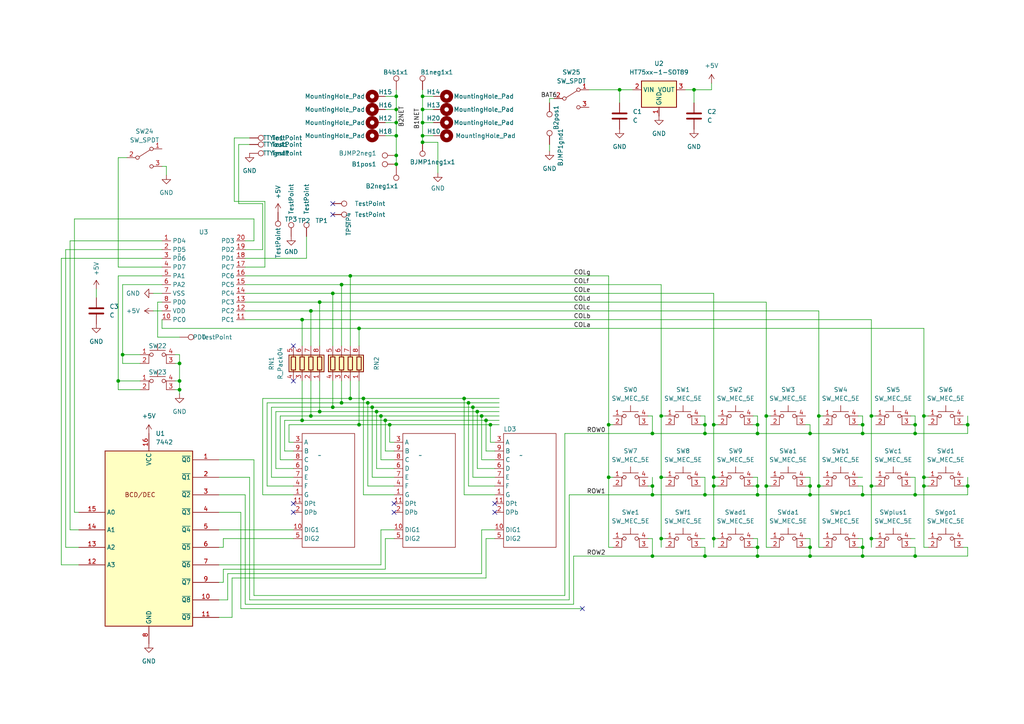
<source format=kicad_sch>
(kicad_sch (version 20230121) (generator eeschema)
  (paper "A4")
  (title_block (title "KIMICHI - KIM-1 Emulator based on CH32V003") (comment 3 "github.com/mengstr/kimchi"))
  (lib_symbols
    (symbol "74xx_IEEE:7442"
      (property "Reference" "U" (at 12.7 27.94 0))
      (property "Value" "7442" (at 17.78 -30.48 0))
      (symbol "7442_0_0"
        (rectangle (start -12.7 25.4) (end 12.7 -25.4) (stroke (width 0.254)) (fill (type background)))
        (text "BCD/DEC" (at -2.54 12.7 0) (effects (font (size 1.27 1.27))))
        (pin power_in line (at 0 30.48 270) (length 5.08) (name "VCC") (number "16"))
        (pin power_in line (at 0 -30.48 90) (length 5.08) (name "GND") (number "8"))
      )
      (symbol "7442_1_1"
        (pin output line (at 20.32 22.86 180) (length 7.62) (name "~{Q0}") (number "1"))
        (pin output line (at 20.32 -17.78 180) (length 7.62) (name "~{Q8}") (number "10"))
        (pin output line (at 20.32 -22.86 180) (length 7.62) (name "~{Q9}") (number "11"))
        (pin input line (at -20.32 -7.62 0) (length 7.62) (name "A3") (number "12"))
        (pin input line (at -20.32 -2.54 0) (length 7.62) (name "A2") (number "13"))
        (pin input line (at -20.32 2.54 0) (length 7.62) (name "A1") (number "14"))
        (pin input line (at -20.32 7.62 0) (length 7.62) (name "A0") (number "15"))
        (pin output line (at 20.32 17.78 180) (length 7.62) (name "~{Q1}") (number "2"))
        (pin output line (at 20.32 12.7 180) (length 7.62) (name "~{Q2}") (number "3"))
        (pin output line (at 20.32 7.62 180) (length 7.62) (name "~{Q3}") (number "4"))
        (pin output line (at 20.32 2.54 180) (length 7.62) (name "~{Q4}") (number "5"))
        (pin output line (at 20.32 -2.54 180) (length 7.62) (name "~{Q5}") (number "6"))
        (pin output line (at 20.32 -7.62 180) (length 7.62) (name "~{Q6}") (number "7"))
        (pin output line (at 20.32 -12.7 180) (length 7.62) (name "~{Q7}") (number "9"))
      )
    )
    (symbol "Connector:TestPoint" (pin_numbers hide) (pin_names (offset 0.762) hide)
      (property "Reference" "TP" (at 0 6.858 0))
      (property "Value" "TestPoint" (at 0 5.08 0))
      (symbol "TestPoint_0_1"
        (circle (center 0 3.302) (radius 0.762))
      )
      (symbol "TestPoint_1_1"
        (pin passive line (at 0 0 90) (length 2.54) (name "1") (number "1"))
      )
    )
    (symbol "Device:C" (pin_numbers hide) (pin_names (offset 0.254))
      (property "Reference" "C" (at 0.635 2.54 0))
      (property "Value" "C" (at 0.635 -2.54 0))
      (symbol "C_0_1"
        (polyline (pts (xy -2.032 -0.762) (xy 2.032 -0.762)) (stroke (width 0.508)))
        (polyline (pts (xy -2.032 0.762) (xy 2.032 0.762)) (stroke (width 0.508)))
      )
      (symbol "C_1_1"
        (pin passive line (at 0 3.81 270) (length 2.794) (name "~") (number "1"))
        (pin passive line (at 0 -3.81 90) (length 2.794) (name "~") (number "2"))
      )
    )
    (symbol "Device:R_Pack04" (pin_names (offset 0) hide)
      (property "Reference" "RN" (at -7.62 0 90))
      (property "Value" "R_Pack04" (at 5.08 0 90))
      (symbol "R_Pack04_0_1"
        (rectangle (start -6.35 -2.413) (end 3.81 2.413) (stroke (width 0.254)) (fill (type background)))
        (rectangle (start -5.715 1.905) (end -4.445 -1.905) (stroke (width 0.254)))
        (rectangle (start -3.175 1.905) (end -1.905 -1.905) (stroke (width 0.254)))
        (rectangle (start -0.635 1.905) (end 0.635 -1.905) (stroke (width 0.254)))
        (polyline (pts (xy -5.08 -2.54) (xy -5.08 -1.905)))
        (polyline (pts (xy -5.08 1.905) (xy -5.08 2.54)))
        (polyline (pts (xy -2.54 -2.54) (xy -2.54 -1.905)))
        (polyline (pts (xy -2.54 1.905) (xy -2.54 2.54)))
        (polyline (pts (xy 0 -2.54) (xy 0 -1.905)))
        (polyline (pts (xy 0 1.905) (xy 0 2.54)))
        (polyline (pts (xy 2.54 -2.54) (xy 2.54 -1.905)))
        (polyline (pts (xy 2.54 1.905) (xy 2.54 2.54)))
        (rectangle (start 1.905 1.905) (end 3.175 -1.905) (stroke (width 0.254)))
      )
      (symbol "R_Pack04_1_1"
        (pin passive line (at -5.08 -5.08 90) (length 2.54) (name "R1.1") (number "1"))
        (pin passive line (at -2.54 -5.08 90) (length 2.54) (name "R2.1") (number "2"))
        (pin passive line (at 0 -5.08 90) (length 2.54) (name "R3.1") (number "3"))
        (pin passive line (at 2.54 -5.08 90) (length 2.54) (name "R4.1") (number "4"))
        (pin passive line (at 2.54 5.08 270) (length 2.54) (name "R4.2") (number "5"))
        (pin passive line (at 0 5.08 270) (length 2.54) (name "R3.2") (number "6"))
        (pin passive line (at -2.54 5.08 270) (length 2.54) (name "R2.2") (number "7"))
        (pin passive line (at -5.08 5.08 270) (length 2.54) (name "R1.2") (number "8"))
      )
    )
    (symbol "Mechanical:MountingHole_Pad" (pin_numbers hide) (pin_names (offset 1.016) hide)
      (property "Reference" "H" (at 0 6.35 0))
      (property "Value" "MountingHole_Pad" (at 0 4.445 0))
      (symbol "MountingHole_Pad_0_1"
        (circle (center 0 1.27) (radius 1.27) (stroke (width 1.27)))
      )
      (symbol "MountingHole_Pad_1_1"
        (pin input line (at 0 -2.54 90) (length 2.54) (name "1") (number "1"))
      )
    )
    (symbol "Regulator_Linear:HT75xx-1-SOT89"
      (property "Reference" "U" (at -5.08 -3.81 0))
      (property "Value" "HT75xx-1-SOT89" (at 0 6.35 0))
      (symbol "HT75xx-1-SOT89_0_1"
        (rectangle (start -5.08 5.08) (end 5.08 -2.54) (stroke (width 0.254)) (fill (type background)))
      )
      (symbol "HT75xx-1-SOT89_1_1"
        (pin power_in line (at 0 -5.08 90) (length 2.54) (name "GND") (number "1"))
        (pin power_in line (at -7.62 2.54 0) (length 2.54) (name "VIN") (number "2"))
        (pin power_out line (at 7.62 2.54 180) (length 2.54) (name "VOUT") (number "3"))
      )
    )
    (symbol "Switch:SW_MEC_5E" (pin_names (offset 1.016) hide)
      (property "Reference" "SW" (at 0.635 5.715 0))
      (property "Value" "SW_MEC_5E" (at 0 -3.175 0))
      (symbol "SW_MEC_5E_0_1"
        (circle (center -1.778 2.54) (radius 0.508))
        (polyline (pts (xy -2.286 3.81) (xy 2.286 3.81)))
        (polyline (pts (xy 0 3.81) (xy 0 5.588)))
        (polyline (pts (xy -2.54 0) (xy -2.54 2.54) (xy -2.286 2.54)))
        (polyline (pts (xy 2.54 0) (xy 2.54 2.54) (xy 2.286 2.54)))
        (circle (center 1.778 2.54) (radius 0.508))
        (pin passive line (at -5.08 2.54 0) (length 2.54) (name "1") (number "1"))
        (pin passive line (at -5.08 0 0) (length 2.54) (name "2") (number "2"))
        (pin passive line (at 5.08 0 180) (length 2.54) (name "K") (number "3"))
        (pin passive line (at 5.08 2.54 180) (length 2.54) (name "A") (number "4"))
      )
    )
    (symbol "Switch:SW_SPDT" (pin_names (offset 0) hide)
      (property "Reference" "SW" (at 0 4.318 0))
      (property "Value" "SW_SPDT" (at 0 -5.08 0))
      (symbol "SW_SPDT_0_0"
        (circle (center -2.032 0) (radius 0.508))
        (circle (center 2.032 -2.54) (radius 0.508))
      )
      (symbol "SW_SPDT_0_1"
        (polyline (pts (xy -1.524 0.254) (xy 1.651 2.286)))
        (circle (center 2.032 2.54) (radius 0.508))
      )
      (symbol "SW_SPDT_1_1"
        (pin passive line (at 5.08 2.54 180) (length 2.54) (name "A") (number "1"))
        (pin passive line (at -5.08 0 0) (length 2.54) (name "B") (number "2"))
        (pin passive line (at 5.08 -2.54 180) (length 2.54) (name "C") (number "3"))
      )
    )
    (symbol "matseng:7SEG-2-CC"
      (property "Reference" "LD" (at -1.27 0 0))
      (symbol "7SEG-2-CC_0_1"
        (rectangle (start -7.62 15.24) (end 7.62 -17.78))
      )
      (symbol "7SEG-2-CC_1_1"
        (pin input line (at -10.16 -2.54 0) (length 2.54) (name "G") (number "1"))
        (pin input line (at -10.16 -12.7 0) (length 2.54) (name "DIG1") (number "10"))
        (pin input line (at -10.16 -5.08 0) (length 2.54) (name "DPt") (number "11"))
        (pin input line (at -10.16 -7.62 0) (length 2.54) (name "DPb") (number "2"))
        (pin input line (at -10.16 12.7 0) (length 2.54) (name "A") (number "3"))
        (pin input line (at -10.16 0 0) (length 2.54) (name "F") (number "4"))
        (pin input line (at -10.16 -15.24 0) (length 2.54) (name "DIG2") (number "5"))
        (pin input line (at -10.16 5.08 0) (length 2.54) (name "D") (number "6"))
        (pin input line (at -10.16 2.54 0) (length 2.54) (name "E") (number "7"))
        (pin input line (at -10.16 7.62 0) (length 2.54) (name "C") (number "8"))
        (pin input line (at -10.16 10.16 0) (length 2.54) (name "B") (number "9"))
      )
    )
    (symbol "matseng:CH32V003F4P6"
      (property "Reference" "U" (at 0 0 0))
      (symbol "CH32V003F4P6_1_1"
        (pin bidirectional line (at -5.08 3.81 0) (length 2.54) (name "PD4") (number "1"))
        (pin bidirectional line (at -5.08 -19.05 0) (length 2.54) (name "PC0") (number "10"))
        (pin bidirectional line (at 19.05 -19.05 180) (length 2.54) (name "PC1") (number "11"))
        (pin bidirectional line (at 19.05 -16.51 180) (length 2.54) (name "PC2") (number "12"))
        (pin bidirectional line (at 19.05 -13.97 180) (length 2.54) (name "PC3") (number "13"))
        (pin bidirectional line (at 19.05 -11.43 180) (length 2.54) (name "PC4") (number "14"))
        (pin bidirectional line (at 19.05 -8.89 180) (length 2.54) (name "PC5") (number "15"))
        (pin bidirectional line (at 19.05 -6.35 180) (length 2.54) (name "PC6") (number "16"))
        (pin bidirectional line (at 19.05 -3.81 180) (length 2.54) (name "PC7") (number "17"))
        (pin bidirectional line (at 19.05 -1.27 180) (length 2.54) (name "PD1") (number "18"))
        (pin bidirectional line (at 19.05 1.27 180) (length 2.54) (name "PD2") (number "19"))
        (pin bidirectional line (at -5.08 1.27 0) (length 2.54) (name "PD5") (number "2"))
        (pin bidirectional line (at 19.05 3.81 180) (length 2.54) (name "PD3") (number "20"))
        (pin bidirectional line (at -5.08 -1.27 0) (length 2.54) (name "PD6") (number "3"))
        (pin bidirectional line (at -5.08 -3.81 0) (length 2.54) (name "PD7") (number "4"))
        (pin bidirectional line (at -5.08 -6.35 0) (length 2.54) (name "PA1") (number "5"))
        (pin bidirectional line (at -5.08 -8.89 0) (length 2.54) (name "PA2") (number "6"))
        (pin power_in line (at -5.08 -11.43 0) (length 2.54) (name "VSS") (number "7"))
        (pin bidirectional line (at -5.08 -13.97 0) (length 2.54) (name "PD0") (number "8"))
        (pin power_in line (at -5.08 -16.51 0) (length 2.54) (name "VDD") (number "9"))
      )
    )
    (symbol "power:+5V" (power) (pin_names (offset 0))
      (property "Value" "+5V" (at 0 3.556 0))
      (symbol "+5V_0_1"
        (polyline (pts (xy -0.762 1.27) (xy 0 2.54)))
        (polyline (pts (xy 0 0) (xy 0 2.54)))
        (polyline (pts (xy 0 2.54) (xy 0.762 1.27)))
      )
      (symbol "+5V_1_1"
        (pin power_in line (at 0 0 90) (length 0) hide (name "+5V") (number "1"))
      )
    )
    (symbol "power:GND" (power) (pin_names (offset 0))
      (property "Value" "GND" (at 0 -3.81 0))
      (symbol "GND_0_1"
        (polyline (pts (xy 0 0) (xy 0 -1.27) (xy 1.27 -1.27) (xy 0 -2.54) (xy -1.27 -1.27) (xy 0 -1.27)))
      )
      (symbol "GND_1_1"
        (pin power_in line (at 0 0 270) (length 0) hide (name "GND") (number "1"))
      )
    )
  )
  (junction (at 114.935 27.94))
  (junction (at 280.67 123.19))
  (junction (at 140.97 121.92))
  (junction (at 176.53 123.19))
  (junction (at 252.73 120.65))
  (junction (at 252.73 140.97))
  (junction (at 207.01 156.21))
  (junction (at 87.63 92.71))
  (junction (at 52.07 105.41))
  (junction (at 207.01 140.97))
  (junction (at 267.97 120.65))
  (junction (at 204.47 161.29))
  (junction (at 137.16 118.11))
  (junction (at 99.06 82.55))
  (junction (at 114.935 47.625))
  (junction (at 207.01 123.19))
  (junction (at 135.89 116.84))
  (junction (at 234.95 158.75))
  (junction (at 189.23 143.51))
  (junction (at 237.49 120.65))
  (junction (at 219.71 143.51))
  (junction (at 122.555 39.37))
  (junction (at 250.19 143.51))
  (junction (at 110.49 120.65))
  (junction (at 265.43 125.73))
  (junction (at 250.19 161.29))
  (junction (at 139.7 120.65))
  (junction (at 252.73 156.21))
  (junction (at 191.77 156.21))
  (junction (at 114.935 45.085))
  (junction (at 134.62 115.57))
  (junction (at 96.52 85.09))
  (junction (at 87.63 121.92))
  (junction (at 222.25 120.65))
  (junction (at 234.95 140.97))
  (junction (at 219.71 161.29))
  (junction (at 142.24 123.19))
  (junction (at 234.95 125.73))
  (junction (at 219.71 140.97))
  (junction (at 189.23 125.73))
  (junction (at 265.43 161.29))
  (junction (at 114.935 35.56))
  (junction (at 207.01 138.43))
  (junction (at 250.19 158.75))
  (junction (at 237.49 140.97))
  (junction (at 113.03 123.19))
  (junction (at 250.19 125.73))
  (junction (at 265.43 123.19))
  (junction (at 122.555 41.275))
  (junction (at 90.17 120.65))
  (junction (at 101.6 80.01))
  (junction (at 114.935 39.37))
  (junction (at 204.47 143.51))
  (junction (at 219.71 123.19))
  (junction (at 138.43 119.38))
  (junction (at 189.23 140.97))
  (junction (at 107.95 118.11))
  (junction (at 35.56 102.87))
  (junction (at 122.555 35.56))
  (junction (at 179.705 26.035))
  (junction (at 122.555 27.94))
  (junction (at 234.95 143.51))
  (junction (at 250.19 123.19))
  (junction (at 105.41 115.57))
  (junction (at 219.71 125.73))
  (junction (at 99.06 116.84))
  (junction (at 92.71 119.38))
  (junction (at 189.23 161.29))
  (junction (at 52.07 113.03))
  (junction (at 204.47 125.73))
  (junction (at 280.67 140.97))
  (junction (at 101.6 115.57))
  (junction (at 267.97 140.97))
  (junction (at 222.25 140.97))
  (junction (at 219.71 158.75))
  (junction (at 267.97 138.43))
  (junction (at 52.07 110.49))
  (junction (at 104.14 123.19))
  (junction (at 106.68 116.84))
  (junction (at 104.14 95.25))
  (junction (at 191.77 138.43))
  (junction (at 234.95 161.29))
  (junction (at 34.29 110.49))
  (junction (at 176.53 138.43))
  (junction (at 90.17 90.17))
  (junction (at 204.47 123.19))
  (junction (at 122.555 31.75))
  (junction (at 191.77 120.65))
  (junction (at 109.22 119.38))
  (junction (at 114.935 31.75))
  (junction (at 96.52 118.11))
  (junction (at 201.295 26.035))
  (junction (at 111.76 121.92))
  (junction (at 92.71 87.63))
  (junction (at 265.43 143.51))
  (no_connect (at 85.09 100.33))
  (no_connect (at 85.09 146.05))
  (no_connect (at 85.09 148.59))
  (no_connect (at 143.51 148.59))
  (no_connect (at 96.52 59.055))
  (no_connect (at 85.09 110.49))
  (no_connect (at 96.52 62.23))
  (no_connect (at 143.51 146.05))
  (no_connect (at 114.3 146.05))
  (no_connect (at 168.91 176.53))
  (no_connect (at 114.3 148.59))
  (wire (pts (xy 189.23 120.65) (xy 189.23 125.73)))
  (wire (pts (xy 92.71 87.63) (xy 222.25 87.63)))
  (wire (pts (xy 191.77 158.75) (xy 191.77 156.21)))
  (wire (pts (xy 166.37 161.29) (xy 166.37 175.26)))
  (wire (pts (xy 176.53 123.19) (xy 177.8 123.19)))
  (wire (pts (xy 233.68 123.19) (xy 234.95 123.19)))
  (wire (pts (xy 237.49 140.97) (xy 237.49 158.75)))
  (wire (pts (xy 21.59 63.5) (xy 73.66 63.5)))
  (wire (pts (xy 139.7 120.65) (xy 144.78 120.65)))
  (wire (pts (xy 105.41 143.51) (xy 114.3 143.51)))
  (wire (pts (xy 69.215 41.91) (xy 72.39 41.91)))
  (wire (pts (xy 52.07 113.03) (xy 52.07 114.3)))
  (wire (pts (xy 111.76 156.21) (xy 114.3 156.21)))
  (wire (pts (xy 280.67 138.43) (xy 280.67 140.97)))
  (wire (pts (xy 92.71 110.49) (xy 92.71 119.38)))
  (wire (pts (xy 63.5 158.75) (xy 64.77 158.75)))
  (wire (pts (xy 165.1 143.51) (xy 189.23 143.51)))
  (wire (pts (xy 207.01 123.19) (xy 207.01 138.43)))
  (wire (pts (xy 252.73 140.97) (xy 254 140.97)))
  (wire (pts (xy 111.76 27.94) (xy 114.935 27.94)))
  (wire (pts (xy 267.97 140.97) (xy 267.97 158.75)))
  (wire (pts (xy 63.5 143.51) (xy 71.12 143.51)))
  (wire (pts (xy 111.76 156.21) (xy 111.76 165.1)))
  (wire (pts (xy 122.555 35.56) (xy 125.73 35.56)))
  (wire (pts (xy 81.28 133.35) (xy 85.09 133.35)))
  (wire (pts (xy 17.78 74.93) (xy 46.99 74.93)))
  (wire (pts (xy 265.43 123.19) (xy 265.43 125.73)))
  (wire (pts (xy 34.29 45.72) (xy 36.83 45.72)))
  (wire (pts (xy 64.77 156.21) (xy 64.77 158.75)))
  (wire (pts (xy 140.97 156.21) (xy 140.97 167.64)))
  (wire (pts (xy 191.77 120.65) (xy 191.77 138.43)))
  (wire (pts (xy 267.97 158.75) (xy 269.24 158.75)))
  (wire (pts (xy 50.8 105.41) (xy 52.07 105.41)))
  (wire (pts (xy 234.95 156.21) (xy 234.95 158.75)))
  (wire (pts (xy 189.23 140.97) (xy 189.23 143.51)))
  (wire (pts (xy 170.815 26.035) (xy 179.705 26.035)))
  (wire (pts (xy 237.49 120.65) (xy 237.49 90.17)))
  (wire (pts (xy 34.29 113.03) (xy 40.64 113.03)))
  (wire (pts (xy 219.71 138.43) (xy 219.71 140.97)))
  (wire (pts (xy 142.24 123.19) (xy 144.78 123.19)))
  (wire (pts (xy 67.945 40.005) (xy 72.39 40.005)))
  (wire (pts (xy 234.95 158.75) (xy 234.95 161.29)))
  (wire (pts (xy 159.385 41.91) (xy 159.385 43.815)))
  (wire (pts (xy 267.97 120.65) (xy 267.97 138.43)))
  (wire (pts (xy 233.68 156.21) (xy 234.95 156.21)))
  (wire (pts (xy 280.67 123.19) (xy 280.67 125.73)))
  (wire (pts (xy 71.12 87.63) (xy 92.71 87.63)))
  (wire (pts (xy 252.73 120.65) (xy 254 120.65)))
  (wire (pts (xy 27.94 83.82) (xy 27.94 86.36)))
  (wire (pts (xy 71.12 77.47) (xy 76.835 77.47)))
  (wire (pts (xy 122.555 31.75) (xy 122.555 35.56)))
  (wire (pts (xy 206.375 24.13) (xy 206.375 26.035)))
  (wire (pts (xy 114.935 47.625) (xy 114.935 48.26)))
  (wire (pts (xy 139.7 120.65) (xy 139.7 133.35)))
  (wire (pts (xy 64.77 165.1) (xy 111.76 165.1)))
  (wire (pts (xy 250.19 143.51) (xy 265.43 143.51)))
  (wire (pts (xy 111.76 35.56) (xy 114.935 35.56)))
  (wire (pts (xy 222.25 140.97) (xy 223.52 140.97)))
  (wire (pts (xy 44.45 90.17) (xy 46.99 90.17)))
  (wire (pts (xy 134.62 143.51) (xy 143.51 143.51)))
  (wire (pts (xy 279.4 123.19) (xy 280.67 123.19)))
  (wire (pts (xy 35.56 105.41) (xy 40.64 105.41)))
  (wire (pts (xy 191.77 156.21) (xy 193.04 156.21)))
  (wire (pts (xy 204.47 161.29) (xy 219.71 161.29)))
  (wire (pts (xy 63.5 133.35) (xy 73.66 133.35)))
  (wire (pts (xy 176.53 123.19) (xy 176.53 138.43)))
  (wire (pts (xy 191.77 120.65) (xy 193.04 120.65)))
  (wire (pts (xy 78.74 118.11) (xy 78.74 138.43)))
  (wire (pts (xy 179.705 26.035) (xy 183.515 26.035)))
  (wire (pts (xy 222.25 120.65) (xy 222.25 87.63)))
  (wire (pts (xy 140.97 121.92) (xy 140.97 130.81)))
  (wire (pts (xy 64.77 165.1) (xy 64.77 168.91)))
  (wire (pts (xy 20.32 69.85) (xy 20.32 153.67)))
  (wire (pts (xy 237.49 140.97) (xy 238.76 140.97)))
  (wire (pts (xy 83.82 123.19) (xy 83.82 128.27)))
  (wire (pts (xy 77.47 116.84) (xy 77.47 140.97)))
  (wire (pts (xy 105.41 115.57) (xy 134.62 115.57)))
  (wire (pts (xy 135.89 116.84) (xy 144.78 116.84)))
  (wire (pts (xy 218.44 138.43) (xy 219.71 138.43)))
  (wire (pts (xy 90.17 90.17) (xy 90.17 100.33)))
  (wire (pts (xy 280.67 158.75) (xy 280.67 161.29)))
  (wire (pts (xy 76.2 115.57) (xy 101.6 115.57)))
  (wire (pts (xy 219.71 143.51) (xy 234.95 143.51)))
  (wire (pts (xy 71.12 69.85) (xy 73.66 69.85)))
  (wire (pts (xy 63.5 168.91) (xy 64.77 168.91)))
  (wire (pts (xy 139.7 153.67) (xy 143.51 153.67)))
  (wire (pts (xy 252.73 158.75) (xy 252.73 156.21)))
  (wire (pts (xy 219.71 125.73) (xy 234.95 125.73)))
  (wire (pts (xy 122.555 39.37) (xy 125.73 39.37)))
  (wire (pts (xy 63.5 148.59) (xy 69.85 148.59)))
  (wire (pts (xy 46.99 95.25) (xy 104.14 95.25)))
  (wire (pts (xy 264.16 123.19) (xy 265.43 123.19)))
  (wire (pts (xy 114.935 35.56) (xy 114.935 39.37)))
  (wire (pts (xy 233.68 138.43) (xy 234.95 138.43)))
  (wire (pts (xy 122.555 26.035) (xy 122.555 27.94)))
  (wire (pts (xy 107.95 118.11) (xy 107.95 138.43)))
  (wire (pts (xy 267.97 120.65) (xy 267.97 95.25)))
  (wire (pts (xy 34.29 110.49) (xy 40.64 110.49)))
  (wire (pts (xy 101.6 110.49) (xy 101.6 115.57)))
  (wire (pts (xy 82.55 121.92) (xy 82.55 130.81)))
  (wire (pts (xy 207.01 156.21) (xy 208.28 156.21)))
  (wire (pts (xy 82.55 121.92) (xy 87.63 121.92)))
  (wire (pts (xy 109.22 119.38) (xy 109.22 135.89)))
  (wire (pts (xy 252.73 156.21) (xy 254 156.21)))
  (wire (pts (xy 267.97 140.97) (xy 267.97 138.43)))
  (wire (pts (xy 250.19 120.65) (xy 250.19 123.19)))
  (wire (pts (xy 189.23 143.51) (xy 204.47 143.51)))
  (wire (pts (xy 101.6 80.01) (xy 101.6 100.33)))
  (wire (pts (xy 218.44 140.97) (xy 219.71 140.97)))
  (wire (pts (xy 201.295 26.035) (xy 201.295 29.845)))
  (wire (pts (xy 218.44 120.65) (xy 219.71 120.65)))
  (wire (pts (xy 90.17 110.49) (xy 90.17 120.65)))
  (wire (pts (xy 107.95 138.43) (xy 114.3 138.43)))
  (wire (pts (xy 204.47 125.73) (xy 219.71 125.73)))
  (wire (pts (xy 113.03 123.19) (xy 142.24 123.19)))
  (wire (pts (xy 67.945 58.42) (xy 76.835 58.42)))
  (wire (pts (xy 19.05 72.39) (xy 19.05 158.75)))
  (wire (pts (xy 279.4 158.75) (xy 280.67 158.75)))
  (wire (pts (xy 63.5 138.43) (xy 72.39 138.43)))
  (wire (pts (xy 110.49 120.65) (xy 139.7 120.65)))
  (wire (pts (xy 21.59 148.59) (xy 22.86 148.59)))
  (wire (pts (xy 34.29 80.01) (xy 46.99 80.01)))
  (wire (pts (xy 80.01 119.38) (xy 80.01 135.89)))
  (wire (pts (xy 71.12 175.26) (xy 166.37 175.26)))
  (wire (pts (xy 237.49 120.65) (xy 238.76 120.65)))
  (wire (pts (xy 137.16 138.43) (xy 143.51 138.43)))
  (wire (pts (xy 176.53 158.75) (xy 177.8 158.75)))
  (wire (pts (xy 90.17 120.65) (xy 110.49 120.65)))
  (wire (pts (xy 92.71 119.38) (xy 109.22 119.38)))
  (wire (pts (xy 99.06 110.49) (xy 99.06 116.84)))
  (wire (pts (xy 191.77 138.43) (xy 191.77 156.21)))
  (wire (pts (xy 191.77 138.43) (xy 193.04 138.43)))
  (wire (pts (xy 87.63 92.71) (xy 87.63 100.33)))
  (wire (pts (xy 250.19 161.29) (xy 265.43 161.29)))
  (wire (pts (xy 71.12 90.17) (xy 90.17 90.17)))
  (wire (pts (xy 138.43 119.38) (xy 138.43 135.89)))
  (wire (pts (xy 114.935 39.37) (xy 114.935 45.085)))
  (wire (pts (xy 67.945 40.005) (xy 67.945 58.42)))
  (wire (pts (xy 222.25 120.65) (xy 222.25 140.97)))
  (wire (pts (xy 219.71 120.65) (xy 219.71 123.19)))
  (wire (pts (xy 99.06 116.84) (xy 106.68 116.84)))
  (wire (pts (xy 267.97 120.65) (xy 269.24 120.65)))
  (wire (pts (xy 44.45 85.09) (xy 46.99 85.09)))
  (wire (pts (xy 66.04 166.37) (xy 139.7 166.37)))
  (wire (pts (xy 203.2 158.75) (xy 204.47 158.75)))
  (wire (pts (xy 76.2 143.51) (xy 85.09 143.51)))
  (wire (pts (xy 69.85 176.53) (xy 168.91 176.53)))
  (wire (pts (xy 52.07 105.41) (xy 52.07 110.49)))
  (wire (pts (xy 264.16 120.65) (xy 265.43 120.65)))
  (wire (pts (xy 71.12 80.01) (xy 101.6 80.01)))
  (wire (pts (xy 219.71 158.75) (xy 219.71 161.29)))
  (wire (pts (xy 113.03 128.27) (xy 114.3 128.27)))
  (wire (pts (xy 69.215 59.055) (xy 76.2 59.055)))
  (wire (pts (xy 71.12 85.09) (xy 96.52 85.09)))
  (wire (pts (xy 265.43 143.51) (xy 280.67 143.51)))
  (wire (pts (xy 207.01 140.97) (xy 207.01 138.43)))
  (wire (pts (xy 122.555 41.275) (xy 127 41.275)))
  (wire (pts (xy 142.24 128.27) (xy 143.51 128.27)))
  (wire (pts (xy 203.2 123.19) (xy 204.47 123.19)))
  (wire (pts (xy 73.66 63.5) (xy 73.66 69.85)))
  (wire (pts (xy 198.755 26.035) (xy 201.295 26.035)))
  (wire (pts (xy 222.25 140.97) (xy 222.25 158.75)))
  (wire (pts (xy 138.43 119.38) (xy 144.78 119.38)))
  (wire (pts (xy 237.49 120.65) (xy 237.49 140.97)))
  (wire (pts (xy 248.92 120.65) (xy 250.19 120.65)))
  (wire (pts (xy 234.95 123.19) (xy 234.95 125.73)))
  (wire (pts (xy 105.41 115.57) (xy 105.41 143.51)))
  (wire (pts (xy 166.37 161.29) (xy 189.23 161.29)))
  (wire (pts (xy 63.5 173.99) (xy 66.04 173.99)))
  (wire (pts (xy 63.5 153.67) (xy 85.09 153.67)))
  (wire (pts (xy 191.77 120.65) (xy 191.77 82.55)))
  (wire (pts (xy 104.14 95.25) (xy 267.97 95.25)))
  (wire (pts (xy 67.31 167.64) (xy 67.31 179.07)))
  (wire (pts (xy 204.47 123.19) (xy 204.47 125.73)))
  (wire (pts (xy 50.8 113.03) (xy 52.07 113.03)))
  (wire (pts (xy 267.97 140.97) (xy 269.24 140.97)))
  (wire (pts (xy 189.23 156.21) (xy 189.23 161.29)))
  (wire (pts (xy 45.72 87.63) (xy 46.99 87.63)))
  (wire (pts (xy 90.17 90.17) (xy 237.49 90.17)))
  (wire (pts (xy 73.66 133.35) (xy 73.66 172.72)))
  (wire (pts (xy 99.06 82.55) (xy 99.06 100.33)))
  (wire (pts (xy 106.68 116.84) (xy 106.68 140.97)))
  (wire (pts (xy 248.92 138.43) (xy 250.19 138.43)))
  (wire (pts (xy 71.12 143.51) (xy 71.12 175.26)))
  (wire (pts (xy 87.63 121.92) (xy 111.76 121.92)))
  (wire (pts (xy 110.49 153.67) (xy 114.3 153.67)))
  (wire (pts (xy 77.47 116.84) (xy 99.06 116.84)))
  (wire (pts (xy 250.19 123.19) (xy 250.19 125.73)))
  (wire (pts (xy 88.9 68.58) (xy 88.9 74.93)))
  (wire (pts (xy 87.63 92.71) (xy 252.73 92.71)))
  (wire (pts (xy 234.95 143.51) (xy 250.19 143.51)))
  (wire (pts (xy 165.1 143.51) (xy 165.1 173.99)))
  (wire (pts (xy 101.6 80.01) (xy 176.53 80.01)))
  (wire (pts (xy 114.935 45.085) (xy 114.935 47.625)))
  (wire (pts (xy 114.935 27.94) (xy 114.935 31.75)))
  (wire (pts (xy 137.16 118.11) (xy 144.78 118.11)))
  (wire (pts (xy 201.295 26.035) (xy 206.375 26.035)))
  (wire (pts (xy 252.73 120.65) (xy 252.73 140.97)))
  (wire (pts (xy 34.29 110.49) (xy 34.29 113.03)))
  (wire (pts (xy 109.22 135.89) (xy 114.3 135.89)))
  (wire (pts (xy 46.99 48.26) (xy 48.26 48.26)))
  (wire (pts (xy 110.49 120.65) (xy 110.49 133.35)))
  (wire (pts (xy 250.19 156.21) (xy 250.19 158.75)))
  (wire (pts (xy 80.01 135.89) (xy 85.09 135.89)))
  (wire (pts (xy 76.2 59.055) (xy 76.2 72.39)))
  (wire (pts (xy 63.5 179.07) (xy 67.31 179.07)))
  (wire (pts (xy 218.44 158.75) (xy 219.71 158.75)))
  (wire (pts (xy 250.19 125.73) (xy 265.43 125.73)))
  (wire (pts (xy 76.835 58.42) (xy 76.835 77.47)))
  (wire (pts (xy 267.97 138.43) (xy 269.24 138.43)))
  (wire (pts (xy 96.52 85.09) (xy 207.01 85.09)))
  (wire (pts (xy 234.95 138.43) (xy 234.95 140.97)))
  (wire (pts (xy 204.47 120.65) (xy 204.47 123.19)))
  (wire (pts (xy 111.76 31.75) (xy 114.935 31.75)))
  (wire (pts (xy 52.07 102.87) (xy 52.07 105.41)))
  (wire (pts (xy 204.47 138.43) (xy 204.47 143.51)))
  (wire (pts (xy 17.78 163.83) (xy 22.86 163.83)))
  (wire (pts (xy 189.23 125.73) (xy 204.47 125.73)))
  (wire (pts (xy 140.97 156.21) (xy 143.51 156.21)))
  (wire (pts (xy 122.555 27.94) (xy 122.555 31.75)))
  (wire (pts (xy 187.96 120.65) (xy 189.23 120.65)))
  (wire (pts (xy 19.05 158.75) (xy 22.86 158.75)))
  (wire (pts (xy 71.12 74.93) (xy 88.9 74.93)))
  (wire (pts (xy 233.68 158.75) (xy 234.95 158.75)))
  (wire (pts (xy 64.77 156.21) (xy 85.09 156.21)))
  (wire (pts (xy 159.385 28.575) (xy 160.655 28.575)))
  (wire (pts (xy 207.01 140.97) (xy 208.28 140.97)))
  (wire (pts (xy 134.62 115.57) (xy 144.78 115.57)))
  (wire (pts (xy 80.01 119.38) (xy 92.71 119.38)))
  (wire (pts (xy 104.14 110.49) (xy 104.14 123.19)))
  (wire (pts (xy 264.16 138.43) (xy 265.43 138.43)))
  (wire (pts (xy 114.935 31.75) (xy 114.935 35.56)))
  (wire (pts (xy 135.89 116.84) (xy 135.89 140.97)))
  (wire (pts (xy 279.4 140.97) (xy 280.67 140.97)))
  (wire (pts (xy 207.01 85.09) (xy 207.01 123.19)))
  (wire (pts (xy 111.76 121.92) (xy 140.97 121.92)))
  (wire (pts (xy 69.215 41.91) (xy 69.215 59.055)))
  (wire (pts (xy 76.2 115.57) (xy 76.2 143.51)))
  (wire (pts (xy 20.32 153.67) (xy 22.86 153.67)))
  (wire (pts (xy 72.39 173.99) (xy 165.1 173.99)))
  (wire (pts (xy 106.68 116.84) (xy 135.89 116.84)))
  (wire (pts (xy 50.8 110.49) (xy 52.07 110.49)))
  (wire (pts (xy 35.56 82.55) (xy 46.99 82.55)))
  (wire (pts (xy 264.16 156.21) (xy 265.43 156.21)))
  (wire (pts (xy 110.49 133.35) (xy 114.3 133.35)))
  (wire (pts (xy 63.5 163.83) (xy 110.49 163.83)))
  (wire (pts (xy 69.85 148.59) (xy 69.85 176.53)))
  (wire (pts (xy 237.49 158.75) (xy 238.76 158.75)))
  (wire (pts (xy 81.28 120.65) (xy 81.28 133.35)))
  (wire (pts (xy 203.2 138.43) (xy 204.47 138.43)))
  (wire (pts (xy 104.14 95.25) (xy 104.14 100.33)))
  (wire (pts (xy 73.66 172.72) (xy 163.83 172.72)))
  (wire (pts (xy 163.83 125.73) (xy 189.23 125.73)))
  (wire (pts (xy 252.73 140.97) (xy 252.73 156.21)))
  (wire (pts (xy 104.14 123.19) (xy 113.03 123.19)))
  (wire (pts (xy 82.55 130.81) (xy 85.09 130.81)))
  (wire (pts (xy 52.07 110.49) (xy 52.07 113.03)))
  (wire (pts (xy 111.76 121.92) (xy 111.76 130.81)))
  (wire (pts (xy 72.39 138.43) (xy 72.39 173.99)))
  (wire (pts (xy 207.01 123.19) (xy 208.28 123.19)))
  (wire (pts (xy 71.12 72.39) (xy 76.2 72.39)))
  (wire (pts (xy 46.99 92.71) (xy 46.99 95.25)))
  (wire (pts (xy 265.43 125.73) (xy 280.67 125.73)))
  (wire (pts (xy 264.16 158.75) (xy 265.43 158.75)))
  (wire (pts (xy 113.03 123.19) (xy 113.03 128.27)))
  (wire (pts (xy 107.95 118.11) (xy 137.16 118.11)))
  (wire (pts (xy 179.705 26.035) (xy 179.705 29.845)))
  (wire (pts (xy 252.73 120.65) (xy 252.73 92.71)))
  (wire (pts (xy 203.2 156.21) (xy 204.47 156.21)))
  (wire (pts (xy 96.52 110.49) (xy 96.52 118.11)))
  (wire (pts (xy 135.89 140.97) (xy 143.51 140.97)))
  (wire (pts (xy 250.19 158.75) (xy 250.19 161.29)))
  (wire (pts (xy 83.82 128.27) (xy 85.09 128.27)))
  (wire (pts (xy 114.935 26.035) (xy 114.935 27.94)))
  (wire (pts (xy 219.71 161.29) (xy 234.95 161.29)))
  (wire (pts (xy 176.53 80.01) (xy 176.53 123.19)))
  (wire (pts (xy 234.95 125.73) (xy 250.19 125.73)))
  (wire (pts (xy 20.32 69.85) (xy 46.99 69.85)))
  (wire (pts (xy 218.44 156.21) (xy 219.71 156.21)))
  (wire (pts (xy 139.7 153.67) (xy 139.7 166.37)))
  (wire (pts (xy 265.43 161.29) (xy 280.67 161.29)))
  (wire (pts (xy 280.67 140.97) (xy 280.67 143.51)))
  (wire (pts (xy 207.01 138.43) (xy 208.28 138.43)))
  (wire (pts (xy 17.78 74.93) (xy 17.78 163.83)))
  (wire (pts (xy 222.25 120.65) (xy 223.52 120.65)))
  (wire (pts (xy 248.92 158.75) (xy 250.19 158.75)))
  (wire (pts (xy 140.97 130.81) (xy 143.51 130.81)))
  (wire (pts (xy 78.74 138.43) (xy 85.09 138.43)))
  (wire (pts (xy 19.05 72.39) (xy 46.99 72.39)))
  (wire (pts (xy 83.82 123.19) (xy 104.14 123.19)))
  (wire (pts (xy 187.96 140.97) (xy 189.23 140.97)))
  (wire (pts (xy 35.56 82.55) (xy 35.56 102.87)))
  (wire (pts (xy 96.52 118.11) (xy 107.95 118.11)))
  (wire (pts (xy 134.62 115.57) (xy 134.62 143.51)))
  (wire (pts (xy 96.52 85.09) (xy 96.52 100.33)))
  (wire (pts (xy 265.43 158.75) (xy 265.43 161.29)))
  (wire (pts (xy 45.72 97.79) (xy 52.07 97.79)))
  (wire (pts (xy 203.2 120.65) (xy 204.47 120.65)))
  (wire (pts (xy 67.31 167.64) (xy 140.97 167.64)))
  (wire (pts (xy 50.8 102.87) (xy 52.07 102.87)))
  (wire (pts (xy 122.555 35.56) (xy 122.555 39.37)))
  (wire (pts (xy 66.04 166.37) (xy 66.04 173.99)))
  (wire (pts (xy 110.49 153.67) (xy 110.49 163.83)))
  (wire (pts (xy 250.19 140.97) (xy 250.19 143.51)))
  (wire (pts (xy 142.24 123.19) (xy 142.24 128.27)))
  (wire (pts (xy 71.12 92.71) (xy 87.63 92.71)))
  (wire (pts (xy 218.44 123.19) (xy 219.71 123.19)))
  (wire (pts (xy 207.01 140.97) (xy 207.01 156.21)))
  (wire (pts (xy 233.68 140.97) (xy 234.95 140.97)))
  (wire (pts (xy 111.76 130.81) (xy 114.3 130.81)))
  (wire (pts (xy 219.71 156.21) (xy 219.71 158.75)))
  (wire (pts (xy 81.28 120.65) (xy 90.17 120.65)))
  (wire (pts (xy 204.47 158.75) (xy 204.47 161.29)))
  (wire (pts (xy 248.92 123.19) (xy 250.19 123.19)))
  (wire (pts (xy 204.47 143.51) (xy 219.71 143.51)))
  (wire (pts (xy 106.68 140.97) (xy 114.3 140.97)))
  (wire (pts (xy 265.43 120.65) (xy 265.43 123.19)))
  (wire (pts (xy 101.6 115.57) (xy 105.41 115.57)))
  (wire (pts (xy 78.74 118.11) (xy 96.52 118.11)))
  (wire (pts (xy 219.71 140.97) (xy 219.71 143.51)))
  (wire (pts (xy 176.53 138.43) (xy 177.8 138.43)))
  (wire (pts (xy 35.56 102.87) (xy 35.56 105.41)))
  (wire (pts (xy 139.7 133.35) (xy 143.51 133.35)))
  (wire (pts (xy 265.43 138.43) (xy 265.43 143.51)))
  (wire (pts (xy 92.71 87.63) (xy 92.71 100.33)))
  (wire (pts (xy 248.92 140.97) (xy 250.19 140.97)))
  (wire (pts (xy 34.29 80.01) (xy 34.29 110.49)))
  (wire (pts (xy 207.01 158.75) (xy 207.01 156.21)))
  (wire (pts (xy 234.95 161.29) (xy 250.19 161.29)))
  (wire (pts (xy 111.76 39.37) (xy 114.935 39.37)))
  (wire (pts (xy 122.555 27.94) (xy 125.73 27.94)))
  (wire (pts (xy 222.25 158.75) (xy 223.52 158.75)))
  (wire (pts (xy 187.96 156.21) (xy 189.23 156.21)))
  (wire (pts (xy 137.16 118.11) (xy 137.16 138.43)))
  (wire (pts (xy 71.12 82.55) (xy 99.06 82.55)))
  (wire (pts (xy 45.72 87.63) (xy 45.72 97.79)))
  (wire (pts (xy 122.555 31.75) (xy 125.73 31.75)))
  (wire (pts (xy 34.29 45.72) (xy 34.29 77.47)))
  (wire (pts (xy 159.385 28.575) (xy 159.385 29.845)))
  (wire (pts (xy 248.92 156.21) (xy 250.19 156.21)))
  (wire (pts (xy 280.67 120.65) (xy 280.67 123.19)))
  (wire (pts (xy 189.23 161.29) (xy 204.47 161.29)))
  (wire (pts (xy 163.83 125.73) (xy 163.83 172.72)))
  (wire (pts (xy 48.26 48.26) (xy 48.26 50.8)))
  (wire (pts (xy 122.555 39.37) (xy 122.555 41.275)))
  (wire (pts (xy 189.23 138.43) (xy 189.23 140.97)))
  (wire (pts (xy 140.97 121.92) (xy 144.78 121.92)))
  (wire (pts (xy 35.56 102.87) (xy 40.64 102.87)))
  (wire (pts (xy 219.71 123.19) (xy 219.71 125.73)))
  (wire (pts (xy 21.59 63.5) (xy 21.59 148.59)))
  (wire (pts (xy 234.95 140.97) (xy 234.95 143.51)))
  (wire (pts (xy 77.47 140.97) (xy 85.09 140.97)))
  (wire (pts (xy 99.06 82.55) (xy 191.77 82.55)))
  (wire (pts (xy 176.53 138.43) (xy 176.53 158.75)))
  (wire (pts (xy 127 41.275) (xy 127 50.165)))
  (wire (pts (xy 109.22 119.38) (xy 138.43 119.38)))
  (wire (pts (xy 138.43 135.89) (xy 143.51 135.89)))
  (wire (pts (xy 34.29 77.47) (xy 46.99 77.47)))
  (wire (pts (xy 87.63 110.49) (xy 87.63 121.92)))
  (label "COLc" (at 166.37 90.17 0))
  (label "B1NET" (at 121.92 37.465 90))
  (label "ROW1" (at 170.18 143.51 0))
  (label "COLg" (at 166.37 80.01 0))
  (label "ROW2" (at 170.18 161.29 0))
  (label "COLd" (at 166.37 87.63 0))
  (label "ROW0" (at 170.18 125.73 0))
  (label "COLa" (at 166.37 95.25 0))
  (label "COLb" (at 166.37 92.71 0))
  (label "COLe" (at 166.37 85.09 0))
  (label "COLf" (at 166.37 82.55 0))
  (label "BAT6" (at 156.845 28.575 0))
  (label "B2NET" (at 117.475 36.83 90))
  (symbol (lib_id "Connector:TestPoint") (at 72.39 41.91 270) (unit 1)
    (property "Reference" "TTYout1" (at 76.2 41.91 90) (effects (justify left)))
    (property "Value" "TestPoint" (at 78.74 41.91 90) (effects (justify left)))
    (property "Footprint" "TestPoint:TestPoint_Pad_2.0x2.0mm" (effects hide))
  )
  (symbol (lib_id "Connector:TestPoint") (at 96.52 62.23 270) (unit 1)
    (property "Reference" "TP5" (at 101.092 64.77 0) (effects (justify left)))
    (property "Value" "TestPoint" (at 102.87 62.23 90) (effects (justify left)))
    (property "Footprint" "TestPoint:TestPoint_THTPad_2.0x2.0mm_Drill1.0mm" (effects hide))
  )
  (symbol (lib_id "Connector:TestPoint") (at 114.935 47.625 90) (unit 1)
    (property "Reference" "B1pos1" (at 109.22 47.625 90) (effects (justify left)))
    (property "Value" "TestPoint" (effects hide))
    (property "Footprint" "TestPoint:TestPoint_Pad_D2.0mm" (effects hide))
  )
  (symbol (lib_id "Switch:SW_MEC_5E") (at 228.6 158.75 0) (unit 1)
    (property "Reference" "SWda1" (at 228.6 148.59 0))
    (property "Value" "SW_MEC_5E" (at 228.6 151.13 0))
    (property "Footprint" "matseng:TVCU18" (effects hide))
    (property "Datasheet" "http://www.apem.com/int/index.php?controller=attachment&id_attachment=1371" (effects hide))
  )
  (symbol (lib_id "power:GND") (at 52.07 114.3 0) (unit 1)
    (property "Reference" "#PWR03" (effects hide))
    (property "Value" "GND" (at 52.07 119.38 0))
  )
  (symbol (lib_id "Connector:TestPoint") (at 72.39 40.005 270) (unit 1)
    (property "Reference" "TTYin1" (at 76.2 40.005 90) (effects (justify left)))
    (property "Value" "TestPoint" (at 78.74 40.005 90) (effects (justify left)))
    (property "Footprint" "TestPoint:TestPoint_Pad_2.0x2.0mm" (effects hide))
  )
  (symbol (lib_id "Mechanical:MountingHole_Pad") (at 109.22 39.37 90) (unit 1)
    (property "Reference" "H18" (at 111.76 38.1 90))
    (property "Value" "MountingHole_Pad" (at 97.155 39.37 90))
    (property "Footprint" "MountingHole:MountingHole_2.2mm_M2_DIN965_Pad_TopBottom" (effects hide))
  )
  (symbol (lib_id "Switch:SW_MEC_5E") (at 182.88 123.19 0) (unit 1)
    (property "Reference" "SW0" (at 182.88 113.03 0))
    (property "Value" "SW_MEC_5E" (at 182.88 115.57 0))
    (property "Footprint" "matseng:TVCU18" (effects hide))
    (property "Datasheet" "http://www.apem.com/int/index.php?controller=attachment&id_attachment=1371" (effects hide))
  )
  (symbol (lib_id "Switch:SW_MEC_5E") (at 274.32 158.75 0) (unit 1)
    (property "Reference" "SWgo1" (at 274.32 148.59 0))
    (property "Value" "SW_MEC_5E" (at 274.32 151.13 0))
    (property "Footprint" "matseng:TVCU18" (effects hide))
    (property "Datasheet" "http://www.apem.com/int/index.php?controller=attachment&id_attachment=1371" (effects hide))
  )
  (symbol (lib_id "Switch:SW_MEC_5E") (at 243.84 158.75 0) (unit 1)
    (property "Reference" "SWpc1" (at 243.84 148.59 0))
    (property "Value" "SW_MEC_5E" (at 243.84 151.13 0))
    (property "Footprint" "matseng:TVCU18" (effects hide))
    (property "Datasheet" "http://www.apem.com/int/index.php?controller=attachment&id_attachment=1371" (effects hide))
  )
  (symbol (lib_id "power:+5V") (at 43.18 125.73 0) (unit 1)
    (property "Reference" "#PWR09" (effects hide))
    (property "Value" "+5V" (at 43.18 120.65 0))
    (property "Footprint" "Package_SO:SOIC-16_4.55x10.3mm_P1.27mm" (effects hide))
  )
  (symbol (lib_id "Device:R_Pack04") (at 99.06 105.41 0) (mirror y) (unit 1)
    (property "Reference" "RN2" (at 109.22 105.41 90))
    (property "Value" "R_Pack04" (effects hide))
    (property "Footprint" "Resistor_SMD:R_Array_Convex_4x0603" (effects hide))
  )
  (symbol (lib_id "Connector:TestPoint") (at 159.385 29.845 180) (unit 1)
    (property "Reference" "B2pos1" (at 161.29 30.48 90) (effects (justify left)))
    (property "Value" "TestPoint" (effects hide))
    (property "Footprint" "TestPoint:TestPoint_Pad_D2.0mm" (effects hide))
  )
  (symbol (lib_id "Connector:TestPoint") (at 122.555 41.275 180) (unit 1)
    (property "Reference" "BJMP1neg1x1" (at 132.08 46.99 0) (effects (justify left)))
    (property "Value" "TestPoint" (effects hide))
    (property "Footprint" "TestPoint:TestPoint_Pad_D2.0mm" (effects hide))
  )
  (symbol (lib_id "Switch:SW_MEC_5E") (at 198.12 123.19 0) (unit 1)
    (property "Reference" "SW1" (at 198.12 113.03 0))
    (property "Value" "SW_MEC_5E" (at 198.12 115.57 0))
    (property "Footprint" "matseng:TVCU18" (effects hide))
    (property "Datasheet" "http://www.apem.com/int/index.php?controller=attachment&id_attachment=1371" (effects hide))
  )
  (symbol (lib_id "Device:C") (at 179.705 33.655 0) (unit 1)
    (property "Reference" "C1" (at 183.515 32.385 0) (effects (justify left)))
    (property "Value" "C" (at 183.515 34.925 0) (effects (justify left)))
    (property "Footprint" "Capacitor_SMD:C_0603_1608Metric" (effects hide))
  )
  (symbol (lib_id "power:+5V") (at 44.45 90.17 90) (unit 1)
    (property "Reference" "#PWR08" (effects hide))
    (property "Value" "+5V" (at 40.64 90.17 90) (effects (justify left)))
  )
  (symbol (lib_id "Switch:SW_MEC_5E") (at 213.36 123.19 0) (unit 1)
    (property "Reference" "SW2" (at 213.36 113.03 0))
    (property "Value" "SW_MEC_5E" (at 213.36 115.57 0))
    (property "Footprint" "matseng:TVCU18" (effects hide))
    (property "Datasheet" "http://www.apem.com/int/index.php?controller=attachment&id_attachment=1371" (effects hide))
  )
  (symbol (lib_id "Device:R_Pack04") (at 87.63 105.41 0) (mirror y) (unit 1)
    (property "Reference" "RN1" (at 78.74 105.41 90))
    (property "Value" "R_Pack04" (at 81.28 105.41 90))
    (property "Footprint" "Resistor_SMD:R_Array_Convex_4x0603" (effects hide))
  )
  (symbol (lib_id "Switch:SW_MEC_5E") (at 45.72 105.41 0) (unit 1)
    (property "Reference" "SW22" (at 45.72 100.33 0))
    (property "Value" "SW_MEC_5E" (effects hide))
    (property "Footprint" "matseng:TVCU18" (effects hide))
    (property "Datasheet" "http://www.apem.com/int/index.php?controller=attachment&id_attachment=1371" (effects hide))
  )
  (symbol (lib_id "power:GND") (at 48.26 50.8 0) (unit 1)
    (property "Reference" "#PWR05" (effects hide))
    (property "Value" "GND" (at 48.26 55.88 0))
  )
  (symbol (lib_id "matseng:7SEG-2-CC") (at 124.46 140.97 0) (unit 1)
    (property "Reference" "LD2" (effects hide))
    (property "Value" "~" (at 121.92 132.08 0))
    (property "Footprint" "matseng:OSK2028A" (effects hide))
  )
  (symbol (lib_id "matseng:7SEG-2-CC") (at 153.67 140.97 0) (unit 1)
    (property "Reference" "LD3" (at 146.05 124.46 0) (effects (justify left)))
    (property "Value" "~" (at 151.13 132.08 0))
    (property "Footprint" "matseng:OSK2028A" (effects hide))
  )
  (symbol (lib_id "Switch:SW_MEC_5E") (at 198.12 140.97 0) (unit 1)
    (property "Reference" "SW8" (at 198.12 130.81 0))
    (property "Value" "SW_MEC_5E" (at 198.12 133.35 0))
    (property "Footprint" "matseng:TVCU18" (effects hide))
    (property "Datasheet" "http://www.apem.com/int/index.php?controller=attachment&id_attachment=1371" (effects hide))
  )
  (symbol (lib_id "matseng:7SEG-2-CC") (at 95.25 140.97 0) (unit 1)
    (property "Reference" "LD1" (effects hide))
    (property "Value" "~" (at 92.71 132.08 0))
    (property "Footprint" "matseng:OSK2028A" (effects hide))
  )
  (symbol (lib_id "Connector:TestPoint") (at 114.935 26.035 0) (unit 1)
    (property "Reference" "B4b1x1" (at 111.125 20.955 0) (effects (justify left)))
    (property "Value" "TestPoint" (effects hide))
    (property "Footprint" "TestPoint:TestPoint_Pad_D2.0mm" (effects hide))
  )
  (symbol (lib_id "power:+5V") (at 80.645 61.595 0) (unit 1)
    (property "Reference" "#PWR016" (effects hide))
    (property "Value" "+5V" (at 80.645 57.785 90) (effects (justify left)))
  )
  (symbol (lib_id "power:+5V") (at 206.375 24.13 0) (unit 1)
    (property "Reference" "#PWR04" (effects hide))
    (property "Value" "+5V" (at 206.375 19.05 0))
  )
  (symbol (lib_id "Switch:SW_MEC_5E") (at 228.6 140.97 0) (unit 1)
    (property "Reference" "SWa1" (at 228.6 130.81 0))
    (property "Value" "SW_MEC_5E" (at 228.6 133.35 0))
    (property "Footprint" "matseng:TVCU18" (effects hide))
    (property "Datasheet" "http://www.apem.com/int/index.php?controller=attachment&id_attachment=1371" (effects hide))
  )
  (symbol (lib_id "power:GND") (at 72.39 44.45 0) (unit 1)
    (property "Reference" "#PWR017" (effects hide))
    (property "Value" "GND" (at 72.39 49.53 0))
  )
  (symbol (lib_id "Switch:SW_MEC_5E") (at 182.88 158.75 0) (unit 1)
    (property "Reference" "SWe1" (at 182.88 148.59 0))
    (property "Value" "SW_MEC_5E" (at 182.88 151.13 0))
    (property "Footprint" "matseng:TVCU18" (effects hide))
    (property "Datasheet" "http://www.apem.com/int/index.php?controller=attachment&id_attachment=1371" (effects hide))
  )
  (symbol (lib_id "Connector:TestPoint") (at 52.07 97.79 270) (unit 1)
    (property "Reference" "PD0" (at 55.88 97.79 90) (effects (justify left)))
    (property "Value" "TestPoint" (at 58.42 97.79 90) (effects (justify left)))
    (property "Footprint" "TestPoint:TestPoint_Pad_2.0x2.0mm" (effects hide))
  )
  (symbol (lib_id "Mechanical:MountingHole_Pad") (at 109.22 31.75 90) (unit 1)
    (property "Reference" "H16" (at 111.76 30.48 90))
    (property "Value" "MountingHole_Pad" (at 97.155 31.75 90))
    (property "Footprint" "MountingHole:MountingHole_2.2mm_M2_DIN965_Pad_TopBottom" (effects hide))
  )
  (symbol (lib_id "Switch:SW_SPDT") (at 41.91 45.72 0) (unit 1)
    (property "Reference" "SW24" (at 41.91 38.1 0))
    (property "Value" "SW_SPDT" (at 41.91 40.64 0))
    (property "Footprint" "Button_Switch_SMD:SW_SPDT_PCM12" (effects hide))
  )
  (symbol (lib_id "Switch:SW_MEC_5E") (at 274.32 123.19 0) (unit 1)
    (property "Reference" "SW6" (at 274.32 113.03 0))
    (property "Value" "SW_MEC_5E" (at 274.32 115.57 0))
    (property "Footprint" "matseng:TVCU18" (effects hide))
    (property "Datasheet" "http://www.apem.com/int/index.php?controller=attachment&id_attachment=1371" (effects hide))
  )
  (symbol (lib_id "Switch:SW_SPDT") (at 165.735 28.575 0) (unit 1)
    (property "Reference" "SW25" (at 165.735 20.955 0))
    (property "Value" "SW_SPDT" (at 165.735 23.495 0))
    (property "Footprint" "Button_Switch_SMD:SW_SPDT_PCM12" (effects hide))
  )
  (symbol (lib_id "power:GND") (at 43.18 186.69 0) (unit 1)
    (property "Reference" "#PWR02" (effects hide))
    (property "Value" "GND" (at 43.18 191.77 0))
  )
  (symbol (lib_id "power:GND") (at 44.45 85.09 270) (unit 1)
    (property "Reference" "#PWR07" (effects hide))
    (property "Value" "GND" (at 40.64 85.09 90) (effects (justify right)))
  )
  (symbol (lib_id "Mechanical:MountingHole_Pad") (at 128.27 35.56 270) (unit 1)
    (property "Reference" "H20" (at 125.73 34.29 90))
    (property "Value" "MountingHole_Pad" (at 140.335 35.56 90))
    (property "Footprint" "MountingHole:MountingHole_2.2mm_M2_DIN965_Pad_TopBottom" (effects hide))
  )
  (symbol (lib_id "Mechanical:MountingHole_Pad") (at 128.27 39.37 270) (unit 1)
    (property "Reference" "H10" (at 123.825 38.1 90) (effects (justify left)))
    (property "Value" "MountingHole_Pad" (at 132.08 39.37 90) (effects (justify left)))
    (property "Footprint" "MountingHole:MountingHole_2.2mm_M2_DIN965_Pad_TopBottom" (effects hide))
  )
  (symbol (lib_id "Switch:SW_MEC_5E") (at 259.08 123.19 0) (unit 1)
    (property "Reference" "SW5" (at 259.08 113.03 0))
    (property "Value" "SW_MEC_5E" (at 259.08 115.57 0))
    (property "Footprint" "matseng:TVCU18" (effects hide))
    (property "Datasheet" "http://www.apem.com/int/index.php?controller=attachment&id_attachment=1371" (effects hide))
  )
  (symbol (lib_id "power:GND") (at 127 50.165 0) (unit 1)
    (property "Reference" "#PWR014" (effects hide))
    (property "Value" "GND" (at 127 54.61 0))
  )
  (symbol (lib_id "74xx_IEEE:7442") (at 43.18 156.21 0) (unit 1)
    (property "Reference" "U1" (at 45.1359 125.73 0) (effects (justify left)))
    (property "Value" "7442" (at 45.1359 128.27 0) (effects (justify left)))
    (property "Footprint" "Package_SO:SOIC-16_3.9x9.9mm_P1.27mm" (effects hide))
  )
  (symbol (lib_id "Mechanical:MountingHole_Pad") (at 128.27 27.94 270) (unit 1)
    (property "Reference" "H14" (at 125.73 26.67 90))
    (property "Value" "MountingHole_Pad" (at 140.335 27.94 90))
    (property "Footprint" "MountingHole:MountingHole_2.2mm_M2_DIN965_Pad_TopBottom" (effects hide))
  )
  (symbol (lib_id "Switch:SW_MEC_5E") (at 243.84 123.19 0) (unit 1)
    (property "Reference" "SW4" (at 243.84 113.03 0))
    (property "Value" "SW_MEC_5E" (at 243.84 115.57 0))
    (property "Footprint" "matseng:TVCU18" (effects hide))
    (property "Datasheet" "http://www.apem.com/int/index.php?controller=attachment&id_attachment=1371" (effects hide))
  )
  (symbol (lib_id "Connector:TestPoint") (at 114.935 48.26 180) (unit 1)
    (property "Reference" "B2neg1x1" (at 115.57 53.975 0) (effects (justify left)))
    (property "Value" "TestPoint" (effects hide))
    (property "Footprint" "TestPoint:TestPoint_Pad_D2.0mm" (effects hide))
  )
  (symbol (lib_id "Connector:TestPoint") (at 80.645 61.595 180) (unit 1)
    (property "Reference" "TP3" (at 82.55 63.627 0) (effects (justify right)))
    (property "Value" "TestPoint" (at 80.645 74.93 90) (effects (justify right)))
    (property "Footprint" "TestPoint:TestPoint_THTPad_2.0x2.0mm_Drill1.0mm" (effects hide))
  )
  (symbol (lib_id "matseng:CH32V003F4P6") (at 52.07 73.66 0) (unit 1)
    (property "Reference" "U3" (at 59.055 67.31 0))
    (property "Value" "~" (at 52.07 73.66 0))
    (property "Footprint" "Package_SO:SSOP-20_4.4x6.5mm_P0.65mm" (effects hide))
  )
  (symbol (lib_id "power:+5V") (at 27.94 83.82 0) (unit 1)
    (property "Reference" "#PWR013" (effects hide))
    (property "Value" "+5V" (at 27.94 80.01 90) (effects (justify left)))
  )
  (symbol (lib_id "Device:C") (at 201.295 33.655 0) (unit 1)
    (property "Reference" "C2" (at 205.105 32.385 0) (effects (justify left)))
    (property "Value" "C" (at 205.105 34.925 0) (effects (justify left)))
    (property "Footprint" "Capacitor_SMD:C_0603_1608Metric" (effects hide))
  )
  (symbol (lib_id "Switch:SW_MEC_5E") (at 213.36 140.97 0) (unit 1)
    (property "Reference" "SW9" (at 213.36 130.81 0))
    (property "Value" "SW_MEC_5E" (at 213.36 133.35 0))
    (property "Footprint" "matseng:TVCU18" (effects hide))
    (property "Datasheet" "http://www.apem.com/int/index.php?controller=attachment&id_attachment=1371" (effects hide))
  )
  (symbol (lib_id "Device:C") (at 27.94 90.17 0) (unit 1)
    (property "Reference" "C3" (at 31.75 88.9 0) (effects (justify left)))
    (property "Value" "C" (at 31.75 91.44 0) (effects (justify left)))
    (property "Footprint" "Capacitor_SMD:C_0603_1608Metric" (effects hide))
  )
  (symbol (lib_id "power:GND") (at 179.705 37.465 0) (unit 1)
    (property "Reference" "#PWR010" (effects hide))
    (property "Value" "GND" (at 179.705 42.545 0))
  )
  (symbol (lib_id "Switch:SW_MEC_5E") (at 198.12 158.75 0) (unit 1)
    (property "Reference" "SWf1" (at 198.12 148.59 0))
    (property "Value" "SW_MEC_5E" (at 198.12 151.13 0))
    (property "Footprint" "matseng:TVCU18" (effects hide))
    (property "Datasheet" "http://www.apem.com/int/index.php?controller=attachment&id_attachment=1371" (effects hide))
  )
  (symbol (lib_id "Switch:SW_MEC_5E") (at 259.08 140.97 0) (unit 1)
    (property "Reference" "SWc1" (at 259.08 130.81 0))
    (property "Value" "SW_MEC_5E" (at 259.08 133.35 0))
    (property "Footprint" "matseng:TVCU18" (effects hide))
    (property "Datasheet" "http://www.apem.com/int/index.php?controller=attachment&id_attachment=1371" (effects hide))
  )
  (symbol (lib_id "power:GND") (at 201.295 37.465 0) (unit 1)
    (property "Reference" "#PWR011" (effects hide))
    (property "Value" "GND" (at 201.295 42.545 0))
  )
  (symbol (lib_id "Switch:SW_MEC_5E") (at 228.6 123.19 0) (unit 1)
    (property "Reference" "SW3" (at 228.6 113.03 0))
    (property "Value" "SW_MEC_5E" (at 228.6 115.57 0))
    (property "Footprint" "matseng:TVCU18" (effects hide))
    (property "Datasheet" "http://www.apem.com/int/index.php?controller=attachment&id_attachment=1371" (effects hide))
  )
  (symbol (lib_id "Switch:SW_MEC_5E") (at 259.08 158.75 0) (unit 1)
    (property "Reference" "SWplus1" (at 259.08 148.59 0))
    (property "Value" "SW_MEC_5E" (at 259.08 151.13 0))
    (property "Footprint" "matseng:TVCU18" (effects hide))
    (property "Datasheet" "http://www.apem.com/int/index.php?controller=attachment&id_attachment=1371" (effects hide))
  )
  (symbol (lib_id "Switch:SW_MEC_5E") (at 243.84 140.97 0) (unit 1)
    (property "Reference" "SWb1" (at 243.84 130.81 0))
    (property "Value" "SW_MEC_5E" (at 243.84 133.35 0))
    (property "Footprint" "matseng:TVCU18" (effects hide))
    (property "Datasheet" "http://www.apem.com/int/index.php?controller=attachment&id_attachment=1371" (effects hide))
  )
  (symbol (lib_id "Switch:SW_MEC_5E") (at 182.88 140.97 0) (unit 1)
    (property "Reference" "SW7" (at 182.88 130.81 0))
    (property "Value" "SW_MEC_5E" (at 182.88 133.35 0))
    (property "Footprint" "matseng:TVCU18" (effects hide))
    (property "Datasheet" "http://www.apem.com/int/index.php?controller=attachment&id_attachment=1371" (effects hide))
  )
  (symbol (lib_id "Connector:TestPoint") (at 114.935 45.085 90) (unit 1)
    (property "Reference" "BJMP2neg1" (at 109.22 44.45 90) (effects (justify left)))
    (property "Value" "TestPoint" (effects hide))
    (property "Footprint" "TestPoint:TestPoint_Pad_D2.0mm" (effects hide))
  )
  (symbol (lib_id "Connector:TestPoint") (at 84.455 68.58 0) (unit 1)
    (property "Reference" "TP2" (at 86.36 64.008 0) (effects (justify left)))
    (property "Value" "TestPoint" (at 84.455 62.23 90) (effects (justify left)))
    (property "Footprint" "TestPoint:TestPoint_THTPad_2.0x2.0mm_Drill1.0mm" (effects hide))
  )
  (symbol (lib_id "Switch:SW_MEC_5E") (at 45.72 113.03 0) (unit 1)
    (property "Reference" "SW23" (at 45.72 107.95 0))
    (property "Value" "SW_MEC_5E" (effects hide))
    (property "Footprint" "matseng:TVCU18" (effects hide))
    (property "Datasheet" "http://www.apem.com/int/index.php?controller=attachment&id_attachment=1371" (effects hide))
  )
  (symbol (lib_id "Connector:TestPoint") (at 72.39 44.45 270) (unit 1)
    (property "Reference" "TTYgnd1" (at 76.2 44.45 90) (effects (justify left)))
    (property "Value" "TestPoint" (at 78.74 44.45 90) (effects (justify left)))
    (property "Footprint" "TestPoint:TestPoint_Pad_2.0x2.0mm" (effects hide))
  )
  (symbol (lib_id "Connector:TestPoint") (at 88.9 68.58 0) (unit 1)
    (property "Reference" "TP1" (at 91.44 64.008 0) (effects (justify left)))
    (property "Value" "TestPoint" (at 88.9 62.23 90) (effects (justify left)))
    (property "Footprint" "TestPoint:TestPoint_THTPad_2.0x2.0mm_Drill1.0mm" (effects hide))
  )
  (symbol (lib_id "power:GND") (at 159.385 43.815 0) (unit 1)
    (property "Reference" "#PWR01" (effects hide))
    (property "Value" "GND" (at 159.385 48.895 0))
  )
  (symbol (lib_id "Switch:SW_MEC_5E") (at 274.32 140.97 0) (unit 1)
    (property "Reference" "SWd1" (at 274.32 130.81 0))
    (property "Value" "SW_MEC_5E" (at 274.32 133.35 0))
    (property "Footprint" "matseng:TVCU18" (effects hide))
    (property "Datasheet" "http://www.apem.com/int/index.php?controller=attachment&id_attachment=1371" (effects hide))
  )
  (symbol (lib_id "power:GND") (at 191.135 33.655 0) (unit 1)
    (property "Reference" "#PWR06" (effects hide))
    (property "Value" "GND" (at 191.135 38.735 0))
  )
  (symbol (lib_id "Connector:TestPoint") (at 122.555 26.035 0) (unit 1)
    (property "Reference" "B1neg1x1" (at 121.92 20.955 0) (effects (justify left)))
    (property "Value" "TestPoint" (effects hide))
    (property "Footprint" "TestPoint:TestPoint_Pad_D2.0mm" (effects hide))
  )
  (symbol (lib_id "Switch:SW_MEC_5E") (at 213.36 158.75 0) (unit 1)
    (property "Reference" "SWad1" (at 213.36 148.59 0))
    (property "Value" "SW_MEC_5E" (at 213.36 151.13 0))
    (property "Footprint" "matseng:TVCU18" (effects hide))
    (property "Datasheet" "http://www.apem.com/int/index.php?controller=attachment&id_attachment=1371" (effects hide))
  )
  (symbol (lib_id "power:GND") (at 84.455 68.58 0) (unit 1)
    (property "Reference" "#PWR015" (effects hide))
    (property "Value" "GND" (at 84.455 73.025 0))
  )
  (symbol (lib_id "Mechanical:MountingHole_Pad") (at 128.27 31.75 270) (unit 1)
    (property "Reference" "H13" (at 125.73 30.48 90))
    (property "Value" "MountingHole_Pad" (at 140.335 31.75 90))
    (property "Footprint" "MountingHole:MountingHole_2.2mm_M2_DIN965_Pad_TopBottom" (effects hide))
  )
  (symbol (lib_id "Connector:TestPoint") (at 96.52 59.055 270) (unit 1)
    (property "Reference" "TP4" (at 101.092 61.595 0) (effects (justify left)))
    (property "Value" "TestPoint" (at 102.87 59.055 90) (effects (justify left)))
    (property "Footprint" "TestPoint:TestPoint_THTPad_2.0x2.0mm_Drill1.0mm" (effects hide))
  )
  (symbol (lib_id "Mechanical:MountingHole_Pad") (at 109.22 27.94 90) (unit 1)
    (property "Reference" "H15" (at 111.76 26.67 90))
    (property "Value" "MountingHole_Pad" (at 97.155 27.94 90))
    (property "Footprint" "MountingHole:MountingHole_2.2mm_M2_DIN965_Pad_TopBottom" (effects hide))
  )
  (symbol (lib_id "Mechanical:MountingHole_Pad") (at 109.22 35.56 90) (unit 1)
    (property "Reference" "H12" (at 111.76 34.29 90))
    (property "Value" "MountingHole_Pad" (at 97.155 35.56 90))
    (property "Footprint" "MountingHole:MountingHole_2.2mm_M2_DIN965_Pad_TopBottom" (effects hide))
  )
  (symbol (lib_id "Regulator_Linear:HT75xx-1-SOT89") (at 191.135 28.575 0) (unit 1)
    (property "Reference" "U2" (at 191.135 18.415 0))
    (property "Value" "HT75xx-1-SOT89" (at 191.135 20.955 0))
    (property "Footprint" "Package_TO_SOT_SMD:SOT-89-3" (effects hide))
    (property "Datasheet" "https://www.holtek.com/documents/10179/116711/HT75xx-1v250.pdf" (effects hide))
  )
  (symbol (lib_id "Connector:TestPoint") (at 159.385 41.91 0) (unit 1)
    (property "Reference" "BJMP1gnd1" (at 162.56 48.26 90) (effects (justify left)))
    (property "Value" "TestPoint" (effects hide))
    (property "Footprint" "TestPoint:TestPoint_Pad_D2.0mm" (effects hide))
  )
  (symbol (lib_id "power:GND") (at 27.94 93.98 0) (unit 1)
    (property "Reference" "#PWR012" (effects hide))
    (property "Value" "GND" (at 27.94 99.06 0))
  )
)
</source>
